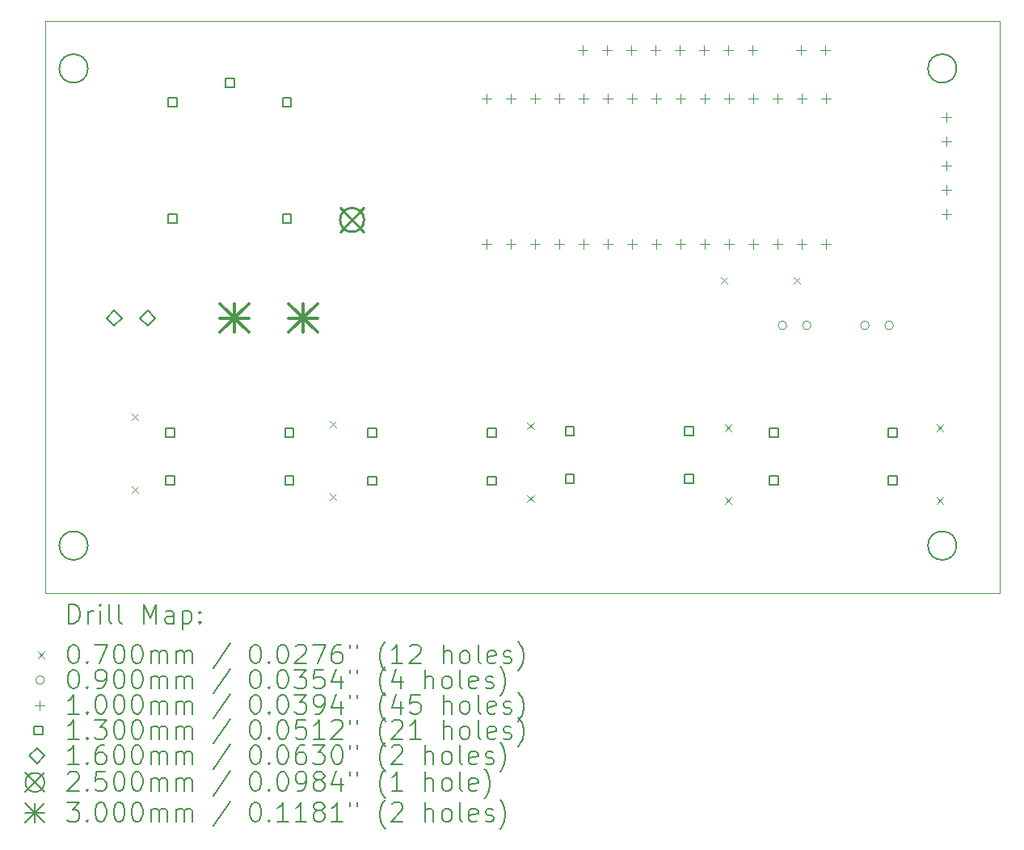
<source format=gbr>
%TF.GenerationSoftware,KiCad,Pcbnew,(6.0.7)*%
%TF.CreationDate,2023-08-25T11:33:12-04:00*%
%TF.ProjectId,Timer V4,54696d65-7220-4563-942e-6b696361645f,rev?*%
%TF.SameCoordinates,Original*%
%TF.FileFunction,Drillmap*%
%TF.FilePolarity,Positive*%
%FSLAX45Y45*%
G04 Gerber Fmt 4.5, Leading zero omitted, Abs format (unit mm)*
G04 Created by KiCad (PCBNEW (6.0.7)) date 2023-08-25 11:33:12*
%MOMM*%
%LPD*%
G01*
G04 APERTURE LIST*
%ADD10C,0.150000*%
%ADD11C,0.100000*%
%ADD12C,0.200000*%
%ADD13C,0.070000*%
%ADD14C,0.090000*%
%ADD15C,0.130000*%
%ADD16C,0.160000*%
%ADD17C,0.250000*%
%ADD18C,0.300000*%
G04 APERTURE END LIST*
D10*
X10758000Y-5588000D02*
G75*
G03*
X10758000Y-5588000I-150000J0D01*
G01*
X19858000Y-5588000D02*
G75*
G03*
X19858000Y-5588000I-150000J0D01*
G01*
X19858000Y-10588000D02*
G75*
G03*
X19858000Y-10588000I-150000J0D01*
G01*
D11*
X10308000Y-5088000D02*
X20308000Y-5088000D01*
X20308000Y-5088000D02*
X20308000Y-11088000D01*
X20308000Y-11088000D02*
X10308000Y-11088000D01*
X10308000Y-11088000D02*
X10308000Y-5088000D01*
D10*
X10758000Y-10588000D02*
G75*
G03*
X10758000Y-10588000I-150000J0D01*
G01*
D12*
D13*
X11217200Y-9204250D02*
X11287200Y-9274250D01*
X11287200Y-9204250D02*
X11217200Y-9274250D01*
X11217200Y-9966250D02*
X11287200Y-10036250D01*
X11287200Y-9966250D02*
X11217200Y-10036250D01*
X13289059Y-9280450D02*
X13359059Y-9350450D01*
X13359059Y-9280450D02*
X13289059Y-9350450D01*
X13289059Y-10042450D02*
X13359059Y-10112450D01*
X13359059Y-10042450D02*
X13289059Y-10112450D01*
X15360919Y-9299500D02*
X15430919Y-9369500D01*
X15430919Y-9299500D02*
X15360919Y-9369500D01*
X15360919Y-10061500D02*
X15430919Y-10131500D01*
X15430919Y-10061500D02*
X15360919Y-10131500D01*
X17389400Y-7775500D02*
X17459400Y-7845500D01*
X17459400Y-7775500D02*
X17389400Y-7845500D01*
X17432778Y-9318550D02*
X17502778Y-9388550D01*
X17502778Y-9318550D02*
X17432778Y-9388550D01*
X17432778Y-10080550D02*
X17502778Y-10150550D01*
X17502778Y-10080550D02*
X17432778Y-10150550D01*
X18151400Y-7775500D02*
X18221400Y-7845500D01*
X18221400Y-7775500D02*
X18151400Y-7845500D01*
X19650000Y-9318550D02*
X19720000Y-9388550D01*
X19720000Y-9318550D02*
X19650000Y-9388550D01*
X19650000Y-10080550D02*
X19720000Y-10150550D01*
X19720000Y-10080550D02*
X19650000Y-10150550D01*
D14*
X18079500Y-8280400D02*
G75*
G03*
X18079500Y-8280400I-45000J0D01*
G01*
X18333500Y-8280400D02*
G75*
G03*
X18333500Y-8280400I-45000J0D01*
G01*
X18942100Y-8280400D02*
G75*
G03*
X18942100Y-8280400I-45000J0D01*
G01*
X19196100Y-8280400D02*
G75*
G03*
X19196100Y-8280400I-45000J0D01*
G01*
D11*
X14935200Y-5854500D02*
X14935200Y-5954500D01*
X14885200Y-5904500D02*
X14985200Y-5904500D01*
X14935200Y-7378500D02*
X14935200Y-7478500D01*
X14885200Y-7428500D02*
X14985200Y-7428500D01*
X15189200Y-5854500D02*
X15189200Y-5954500D01*
X15139200Y-5904500D02*
X15239200Y-5904500D01*
X15189200Y-7378500D02*
X15189200Y-7478500D01*
X15139200Y-7428500D02*
X15239200Y-7428500D01*
X15443200Y-5854500D02*
X15443200Y-5954500D01*
X15393200Y-5904500D02*
X15493200Y-5904500D01*
X15443200Y-7378500D02*
X15443200Y-7478500D01*
X15393200Y-7428500D02*
X15493200Y-7428500D01*
X15697200Y-5854500D02*
X15697200Y-5954500D01*
X15647200Y-5904500D02*
X15747200Y-5904500D01*
X15697200Y-7378500D02*
X15697200Y-7478500D01*
X15647200Y-7428500D02*
X15747200Y-7428500D01*
X15938500Y-5347500D02*
X15938500Y-5447500D01*
X15888500Y-5397500D02*
X15988500Y-5397500D01*
X15951200Y-5854500D02*
X15951200Y-5954500D01*
X15901200Y-5904500D02*
X16001200Y-5904500D01*
X15951200Y-7378500D02*
X15951200Y-7478500D01*
X15901200Y-7428500D02*
X16001200Y-7428500D01*
X16192500Y-5347500D02*
X16192500Y-5447500D01*
X16142500Y-5397500D02*
X16242500Y-5397500D01*
X16205200Y-5854500D02*
X16205200Y-5954500D01*
X16155200Y-5904500D02*
X16255200Y-5904500D01*
X16205200Y-7378500D02*
X16205200Y-7478500D01*
X16155200Y-7428500D02*
X16255200Y-7428500D01*
X16446500Y-5347500D02*
X16446500Y-5447500D01*
X16396500Y-5397500D02*
X16496500Y-5397500D01*
X16459200Y-5854500D02*
X16459200Y-5954500D01*
X16409200Y-5904500D02*
X16509200Y-5904500D01*
X16459200Y-7378500D02*
X16459200Y-7478500D01*
X16409200Y-7428500D02*
X16509200Y-7428500D01*
X16700500Y-5347500D02*
X16700500Y-5447500D01*
X16650500Y-5397500D02*
X16750500Y-5397500D01*
X16713200Y-5854500D02*
X16713200Y-5954500D01*
X16663200Y-5904500D02*
X16763200Y-5904500D01*
X16713200Y-7378500D02*
X16713200Y-7478500D01*
X16663200Y-7428500D02*
X16763200Y-7428500D01*
X16954500Y-5347500D02*
X16954500Y-5447500D01*
X16904500Y-5397500D02*
X17004500Y-5397500D01*
X16967200Y-5854500D02*
X16967200Y-5954500D01*
X16917200Y-5904500D02*
X17017200Y-5904500D01*
X16967200Y-7378500D02*
X16967200Y-7478500D01*
X16917200Y-7428500D02*
X17017200Y-7428500D01*
X17208500Y-5347500D02*
X17208500Y-5447500D01*
X17158500Y-5397500D02*
X17258500Y-5397500D01*
X17221200Y-5854500D02*
X17221200Y-5954500D01*
X17171200Y-5904500D02*
X17271200Y-5904500D01*
X17221200Y-7378500D02*
X17221200Y-7478500D01*
X17171200Y-7428500D02*
X17271200Y-7428500D01*
X17462500Y-5347500D02*
X17462500Y-5447500D01*
X17412500Y-5397500D02*
X17512500Y-5397500D01*
X17475200Y-5854500D02*
X17475200Y-5954500D01*
X17425200Y-5904500D02*
X17525200Y-5904500D01*
X17475200Y-7378500D02*
X17475200Y-7478500D01*
X17425200Y-7428500D02*
X17525200Y-7428500D01*
X17716500Y-5347500D02*
X17716500Y-5447500D01*
X17666500Y-5397500D02*
X17766500Y-5397500D01*
X17729200Y-5854500D02*
X17729200Y-5954500D01*
X17679200Y-5904500D02*
X17779200Y-5904500D01*
X17729200Y-7378500D02*
X17729200Y-7478500D01*
X17679200Y-7428500D02*
X17779200Y-7428500D01*
X17983200Y-5854500D02*
X17983200Y-5954500D01*
X17933200Y-5904500D02*
X18033200Y-5904500D01*
X17983200Y-7378500D02*
X17983200Y-7478500D01*
X17933200Y-7428500D02*
X18033200Y-7428500D01*
X18224500Y-5347500D02*
X18224500Y-5447500D01*
X18174500Y-5397500D02*
X18274500Y-5397500D01*
X18237200Y-5854500D02*
X18237200Y-5954500D01*
X18187200Y-5904500D02*
X18287200Y-5904500D01*
X18237200Y-7378500D02*
X18237200Y-7478500D01*
X18187200Y-7428500D02*
X18287200Y-7428500D01*
X18478500Y-5347500D02*
X18478500Y-5447500D01*
X18428500Y-5397500D02*
X18528500Y-5397500D01*
X18491200Y-5854500D02*
X18491200Y-5954500D01*
X18441200Y-5904500D02*
X18541200Y-5904500D01*
X18491200Y-7378500D02*
X18491200Y-7478500D01*
X18441200Y-7428500D02*
X18541200Y-7428500D01*
X19748500Y-6046000D02*
X19748500Y-6146000D01*
X19698500Y-6096000D02*
X19798500Y-6096000D01*
X19748500Y-6300000D02*
X19748500Y-6400000D01*
X19698500Y-6350000D02*
X19798500Y-6350000D01*
X19748500Y-6554000D02*
X19748500Y-6654000D01*
X19698500Y-6604000D02*
X19798500Y-6604000D01*
X19748500Y-6808000D02*
X19748500Y-6908000D01*
X19698500Y-6858000D02*
X19798500Y-6858000D01*
X19748500Y-7062000D02*
X19748500Y-7162000D01*
X19698500Y-7112000D02*
X19798500Y-7112000D01*
D15*
X11664762Y-9447962D02*
X11664762Y-9356038D01*
X11572838Y-9356038D01*
X11572838Y-9447962D01*
X11664762Y-9447962D01*
X11664762Y-9947962D02*
X11664762Y-9856038D01*
X11572838Y-9856038D01*
X11572838Y-9947962D01*
X11664762Y-9947962D01*
X11688762Y-5986362D02*
X11688762Y-5894438D01*
X11596838Y-5894438D01*
X11596838Y-5986362D01*
X11688762Y-5986362D01*
X11688762Y-7206362D02*
X11688762Y-7114438D01*
X11596838Y-7114438D01*
X11596838Y-7206362D01*
X11688762Y-7206362D01*
X12288762Y-5786362D02*
X12288762Y-5694438D01*
X12196838Y-5694438D01*
X12196838Y-5786362D01*
X12288762Y-5786362D01*
X12888762Y-5986362D02*
X12888762Y-5894438D01*
X12796838Y-5894438D01*
X12796838Y-5986362D01*
X12888762Y-5986362D01*
X12888762Y-7206362D02*
X12888762Y-7114438D01*
X12796838Y-7114438D01*
X12796838Y-7206362D01*
X12888762Y-7206362D01*
X12914762Y-9447962D02*
X12914762Y-9356038D01*
X12822838Y-9356038D01*
X12822838Y-9447962D01*
X12914762Y-9447962D01*
X12914762Y-9947962D02*
X12914762Y-9856038D01*
X12822838Y-9856038D01*
X12822838Y-9947962D01*
X12914762Y-9947962D01*
X13781951Y-9454312D02*
X13781951Y-9362388D01*
X13690027Y-9362388D01*
X13690027Y-9454312D01*
X13781951Y-9454312D01*
X13781951Y-9954312D02*
X13781951Y-9862388D01*
X13690027Y-9862388D01*
X13690027Y-9954312D01*
X13781951Y-9954312D01*
X15031951Y-9454312D02*
X15031951Y-9362388D01*
X14940027Y-9362388D01*
X14940027Y-9454312D01*
X15031951Y-9454312D01*
X15031951Y-9954312D02*
X15031951Y-9862388D01*
X14940027Y-9862388D01*
X14940027Y-9954312D01*
X15031951Y-9954312D01*
X15851811Y-9435262D02*
X15851811Y-9343338D01*
X15759886Y-9343338D01*
X15759886Y-9435262D01*
X15851811Y-9435262D01*
X15851811Y-9935262D02*
X15851811Y-9843338D01*
X15759886Y-9843338D01*
X15759886Y-9935262D01*
X15851811Y-9935262D01*
X17101811Y-9435262D02*
X17101811Y-9343338D01*
X17009886Y-9343338D01*
X17009886Y-9435262D01*
X17101811Y-9435262D01*
X17101811Y-9935262D02*
X17101811Y-9843338D01*
X17009886Y-9843338D01*
X17009886Y-9935262D01*
X17101811Y-9935262D01*
X17987362Y-9447962D02*
X17987362Y-9356038D01*
X17895438Y-9356038D01*
X17895438Y-9447962D01*
X17987362Y-9447962D01*
X17987362Y-9947962D02*
X17987362Y-9856038D01*
X17895438Y-9856038D01*
X17895438Y-9947962D01*
X17987362Y-9947962D01*
X19237362Y-9447962D02*
X19237362Y-9356038D01*
X19145438Y-9356038D01*
X19145438Y-9447962D01*
X19237362Y-9447962D01*
X19237362Y-9947962D02*
X19237362Y-9856038D01*
X19145438Y-9856038D01*
X19145438Y-9947962D01*
X19237362Y-9947962D01*
D16*
X11033600Y-8284200D02*
X11113600Y-8204200D01*
X11033600Y-8124200D01*
X10953600Y-8204200D01*
X11033600Y-8284200D01*
X11383600Y-8284200D02*
X11463600Y-8204200D01*
X11383600Y-8124200D01*
X11303600Y-8204200D01*
X11383600Y-8284200D01*
D17*
X13400500Y-7050500D02*
X13650500Y-7300500D01*
X13650500Y-7050500D02*
X13400500Y-7300500D01*
X13650500Y-7175500D02*
G75*
G03*
X13650500Y-7175500I-125000J0D01*
G01*
D18*
X12143600Y-8054200D02*
X12443600Y-8354200D01*
X12443600Y-8054200D02*
X12143600Y-8354200D01*
X12293600Y-8054200D02*
X12293600Y-8354200D01*
X12143600Y-8204200D02*
X12443600Y-8204200D01*
X12863600Y-8054200D02*
X13163600Y-8354200D01*
X13163600Y-8054200D02*
X12863600Y-8354200D01*
X13013600Y-8054200D02*
X13013600Y-8354200D01*
X12863600Y-8204200D02*
X13163600Y-8204200D01*
D12*
X10560619Y-11403476D02*
X10560619Y-11203476D01*
X10608238Y-11203476D01*
X10636810Y-11213000D01*
X10655857Y-11232048D01*
X10665381Y-11251095D01*
X10674905Y-11289190D01*
X10674905Y-11317762D01*
X10665381Y-11355857D01*
X10655857Y-11374905D01*
X10636810Y-11393952D01*
X10608238Y-11403476D01*
X10560619Y-11403476D01*
X10760619Y-11403476D02*
X10760619Y-11270143D01*
X10760619Y-11308238D02*
X10770143Y-11289190D01*
X10779667Y-11279667D01*
X10798714Y-11270143D01*
X10817762Y-11270143D01*
X10884429Y-11403476D02*
X10884429Y-11270143D01*
X10884429Y-11203476D02*
X10874905Y-11213000D01*
X10884429Y-11222524D01*
X10893952Y-11213000D01*
X10884429Y-11203476D01*
X10884429Y-11222524D01*
X11008238Y-11403476D02*
X10989190Y-11393952D01*
X10979667Y-11374905D01*
X10979667Y-11203476D01*
X11113000Y-11403476D02*
X11093952Y-11393952D01*
X11084429Y-11374905D01*
X11084429Y-11203476D01*
X11341571Y-11403476D02*
X11341571Y-11203476D01*
X11408238Y-11346333D01*
X11474905Y-11203476D01*
X11474905Y-11403476D01*
X11655857Y-11403476D02*
X11655857Y-11298714D01*
X11646333Y-11279667D01*
X11627286Y-11270143D01*
X11589190Y-11270143D01*
X11570143Y-11279667D01*
X11655857Y-11393952D02*
X11636809Y-11403476D01*
X11589190Y-11403476D01*
X11570143Y-11393952D01*
X11560619Y-11374905D01*
X11560619Y-11355857D01*
X11570143Y-11336809D01*
X11589190Y-11327286D01*
X11636809Y-11327286D01*
X11655857Y-11317762D01*
X11751095Y-11270143D02*
X11751095Y-11470143D01*
X11751095Y-11279667D02*
X11770143Y-11270143D01*
X11808238Y-11270143D01*
X11827286Y-11279667D01*
X11836809Y-11289190D01*
X11846333Y-11308238D01*
X11846333Y-11365381D01*
X11836809Y-11384428D01*
X11827286Y-11393952D01*
X11808238Y-11403476D01*
X11770143Y-11403476D01*
X11751095Y-11393952D01*
X11932048Y-11384428D02*
X11941571Y-11393952D01*
X11932048Y-11403476D01*
X11922524Y-11393952D01*
X11932048Y-11384428D01*
X11932048Y-11403476D01*
X11932048Y-11279667D02*
X11941571Y-11289190D01*
X11932048Y-11298714D01*
X11922524Y-11289190D01*
X11932048Y-11279667D01*
X11932048Y-11298714D01*
D13*
X10233000Y-11698000D02*
X10303000Y-11768000D01*
X10303000Y-11698000D02*
X10233000Y-11768000D01*
D12*
X10598714Y-11623476D02*
X10617762Y-11623476D01*
X10636810Y-11633000D01*
X10646333Y-11642524D01*
X10655857Y-11661571D01*
X10665381Y-11699667D01*
X10665381Y-11747286D01*
X10655857Y-11785381D01*
X10646333Y-11804428D01*
X10636810Y-11813952D01*
X10617762Y-11823476D01*
X10598714Y-11823476D01*
X10579667Y-11813952D01*
X10570143Y-11804428D01*
X10560619Y-11785381D01*
X10551095Y-11747286D01*
X10551095Y-11699667D01*
X10560619Y-11661571D01*
X10570143Y-11642524D01*
X10579667Y-11633000D01*
X10598714Y-11623476D01*
X10751095Y-11804428D02*
X10760619Y-11813952D01*
X10751095Y-11823476D01*
X10741571Y-11813952D01*
X10751095Y-11804428D01*
X10751095Y-11823476D01*
X10827286Y-11623476D02*
X10960619Y-11623476D01*
X10874905Y-11823476D01*
X11074905Y-11623476D02*
X11093952Y-11623476D01*
X11113000Y-11633000D01*
X11122524Y-11642524D01*
X11132048Y-11661571D01*
X11141571Y-11699667D01*
X11141571Y-11747286D01*
X11132048Y-11785381D01*
X11122524Y-11804428D01*
X11113000Y-11813952D01*
X11093952Y-11823476D01*
X11074905Y-11823476D01*
X11055857Y-11813952D01*
X11046333Y-11804428D01*
X11036810Y-11785381D01*
X11027286Y-11747286D01*
X11027286Y-11699667D01*
X11036810Y-11661571D01*
X11046333Y-11642524D01*
X11055857Y-11633000D01*
X11074905Y-11623476D01*
X11265381Y-11623476D02*
X11284428Y-11623476D01*
X11303476Y-11633000D01*
X11313000Y-11642524D01*
X11322524Y-11661571D01*
X11332048Y-11699667D01*
X11332048Y-11747286D01*
X11322524Y-11785381D01*
X11313000Y-11804428D01*
X11303476Y-11813952D01*
X11284428Y-11823476D01*
X11265381Y-11823476D01*
X11246333Y-11813952D01*
X11236809Y-11804428D01*
X11227286Y-11785381D01*
X11217762Y-11747286D01*
X11217762Y-11699667D01*
X11227286Y-11661571D01*
X11236809Y-11642524D01*
X11246333Y-11633000D01*
X11265381Y-11623476D01*
X11417762Y-11823476D02*
X11417762Y-11690143D01*
X11417762Y-11709190D02*
X11427286Y-11699667D01*
X11446333Y-11690143D01*
X11474905Y-11690143D01*
X11493952Y-11699667D01*
X11503476Y-11718714D01*
X11503476Y-11823476D01*
X11503476Y-11718714D02*
X11513000Y-11699667D01*
X11532048Y-11690143D01*
X11560619Y-11690143D01*
X11579667Y-11699667D01*
X11589190Y-11718714D01*
X11589190Y-11823476D01*
X11684428Y-11823476D02*
X11684428Y-11690143D01*
X11684428Y-11709190D02*
X11693952Y-11699667D01*
X11713000Y-11690143D01*
X11741571Y-11690143D01*
X11760619Y-11699667D01*
X11770143Y-11718714D01*
X11770143Y-11823476D01*
X11770143Y-11718714D02*
X11779667Y-11699667D01*
X11798714Y-11690143D01*
X11827286Y-11690143D01*
X11846333Y-11699667D01*
X11855857Y-11718714D01*
X11855857Y-11823476D01*
X12246333Y-11613952D02*
X12074905Y-11871095D01*
X12503476Y-11623476D02*
X12522524Y-11623476D01*
X12541571Y-11633000D01*
X12551095Y-11642524D01*
X12560619Y-11661571D01*
X12570143Y-11699667D01*
X12570143Y-11747286D01*
X12560619Y-11785381D01*
X12551095Y-11804428D01*
X12541571Y-11813952D01*
X12522524Y-11823476D01*
X12503476Y-11823476D01*
X12484428Y-11813952D01*
X12474905Y-11804428D01*
X12465381Y-11785381D01*
X12455857Y-11747286D01*
X12455857Y-11699667D01*
X12465381Y-11661571D01*
X12474905Y-11642524D01*
X12484428Y-11633000D01*
X12503476Y-11623476D01*
X12655857Y-11804428D02*
X12665381Y-11813952D01*
X12655857Y-11823476D01*
X12646333Y-11813952D01*
X12655857Y-11804428D01*
X12655857Y-11823476D01*
X12789190Y-11623476D02*
X12808238Y-11623476D01*
X12827286Y-11633000D01*
X12836809Y-11642524D01*
X12846333Y-11661571D01*
X12855857Y-11699667D01*
X12855857Y-11747286D01*
X12846333Y-11785381D01*
X12836809Y-11804428D01*
X12827286Y-11813952D01*
X12808238Y-11823476D01*
X12789190Y-11823476D01*
X12770143Y-11813952D01*
X12760619Y-11804428D01*
X12751095Y-11785381D01*
X12741571Y-11747286D01*
X12741571Y-11699667D01*
X12751095Y-11661571D01*
X12760619Y-11642524D01*
X12770143Y-11633000D01*
X12789190Y-11623476D01*
X12932048Y-11642524D02*
X12941571Y-11633000D01*
X12960619Y-11623476D01*
X13008238Y-11623476D01*
X13027286Y-11633000D01*
X13036809Y-11642524D01*
X13046333Y-11661571D01*
X13046333Y-11680619D01*
X13036809Y-11709190D01*
X12922524Y-11823476D01*
X13046333Y-11823476D01*
X13113000Y-11623476D02*
X13246333Y-11623476D01*
X13160619Y-11823476D01*
X13408238Y-11623476D02*
X13370143Y-11623476D01*
X13351095Y-11633000D01*
X13341571Y-11642524D01*
X13322524Y-11671095D01*
X13313000Y-11709190D01*
X13313000Y-11785381D01*
X13322524Y-11804428D01*
X13332048Y-11813952D01*
X13351095Y-11823476D01*
X13389190Y-11823476D01*
X13408238Y-11813952D01*
X13417762Y-11804428D01*
X13427286Y-11785381D01*
X13427286Y-11737762D01*
X13417762Y-11718714D01*
X13408238Y-11709190D01*
X13389190Y-11699667D01*
X13351095Y-11699667D01*
X13332048Y-11709190D01*
X13322524Y-11718714D01*
X13313000Y-11737762D01*
X13503476Y-11623476D02*
X13503476Y-11661571D01*
X13579667Y-11623476D02*
X13579667Y-11661571D01*
X13874905Y-11899667D02*
X13865381Y-11890143D01*
X13846333Y-11861571D01*
X13836809Y-11842524D01*
X13827286Y-11813952D01*
X13817762Y-11766333D01*
X13817762Y-11728238D01*
X13827286Y-11680619D01*
X13836809Y-11652048D01*
X13846333Y-11633000D01*
X13865381Y-11604428D01*
X13874905Y-11594905D01*
X14055857Y-11823476D02*
X13941571Y-11823476D01*
X13998714Y-11823476D02*
X13998714Y-11623476D01*
X13979667Y-11652048D01*
X13960619Y-11671095D01*
X13941571Y-11680619D01*
X14132048Y-11642524D02*
X14141571Y-11633000D01*
X14160619Y-11623476D01*
X14208238Y-11623476D01*
X14227286Y-11633000D01*
X14236809Y-11642524D01*
X14246333Y-11661571D01*
X14246333Y-11680619D01*
X14236809Y-11709190D01*
X14122524Y-11823476D01*
X14246333Y-11823476D01*
X14484428Y-11823476D02*
X14484428Y-11623476D01*
X14570143Y-11823476D02*
X14570143Y-11718714D01*
X14560619Y-11699667D01*
X14541571Y-11690143D01*
X14513000Y-11690143D01*
X14493952Y-11699667D01*
X14484428Y-11709190D01*
X14693952Y-11823476D02*
X14674905Y-11813952D01*
X14665381Y-11804428D01*
X14655857Y-11785381D01*
X14655857Y-11728238D01*
X14665381Y-11709190D01*
X14674905Y-11699667D01*
X14693952Y-11690143D01*
X14722524Y-11690143D01*
X14741571Y-11699667D01*
X14751095Y-11709190D01*
X14760619Y-11728238D01*
X14760619Y-11785381D01*
X14751095Y-11804428D01*
X14741571Y-11813952D01*
X14722524Y-11823476D01*
X14693952Y-11823476D01*
X14874905Y-11823476D02*
X14855857Y-11813952D01*
X14846333Y-11794905D01*
X14846333Y-11623476D01*
X15027286Y-11813952D02*
X15008238Y-11823476D01*
X14970143Y-11823476D01*
X14951095Y-11813952D01*
X14941571Y-11794905D01*
X14941571Y-11718714D01*
X14951095Y-11699667D01*
X14970143Y-11690143D01*
X15008238Y-11690143D01*
X15027286Y-11699667D01*
X15036809Y-11718714D01*
X15036809Y-11737762D01*
X14941571Y-11756809D01*
X15113000Y-11813952D02*
X15132048Y-11823476D01*
X15170143Y-11823476D01*
X15189190Y-11813952D01*
X15198714Y-11794905D01*
X15198714Y-11785381D01*
X15189190Y-11766333D01*
X15170143Y-11756809D01*
X15141571Y-11756809D01*
X15122524Y-11747286D01*
X15113000Y-11728238D01*
X15113000Y-11718714D01*
X15122524Y-11699667D01*
X15141571Y-11690143D01*
X15170143Y-11690143D01*
X15189190Y-11699667D01*
X15265381Y-11899667D02*
X15274905Y-11890143D01*
X15293952Y-11861571D01*
X15303476Y-11842524D01*
X15313000Y-11813952D01*
X15322524Y-11766333D01*
X15322524Y-11728238D01*
X15313000Y-11680619D01*
X15303476Y-11652048D01*
X15293952Y-11633000D01*
X15274905Y-11604428D01*
X15265381Y-11594905D01*
D14*
X10303000Y-11997000D02*
G75*
G03*
X10303000Y-11997000I-45000J0D01*
G01*
D12*
X10598714Y-11887476D02*
X10617762Y-11887476D01*
X10636810Y-11897000D01*
X10646333Y-11906524D01*
X10655857Y-11925571D01*
X10665381Y-11963667D01*
X10665381Y-12011286D01*
X10655857Y-12049381D01*
X10646333Y-12068428D01*
X10636810Y-12077952D01*
X10617762Y-12087476D01*
X10598714Y-12087476D01*
X10579667Y-12077952D01*
X10570143Y-12068428D01*
X10560619Y-12049381D01*
X10551095Y-12011286D01*
X10551095Y-11963667D01*
X10560619Y-11925571D01*
X10570143Y-11906524D01*
X10579667Y-11897000D01*
X10598714Y-11887476D01*
X10751095Y-12068428D02*
X10760619Y-12077952D01*
X10751095Y-12087476D01*
X10741571Y-12077952D01*
X10751095Y-12068428D01*
X10751095Y-12087476D01*
X10855857Y-12087476D02*
X10893952Y-12087476D01*
X10913000Y-12077952D01*
X10922524Y-12068428D01*
X10941571Y-12039857D01*
X10951095Y-12001762D01*
X10951095Y-11925571D01*
X10941571Y-11906524D01*
X10932048Y-11897000D01*
X10913000Y-11887476D01*
X10874905Y-11887476D01*
X10855857Y-11897000D01*
X10846333Y-11906524D01*
X10836810Y-11925571D01*
X10836810Y-11973190D01*
X10846333Y-11992238D01*
X10855857Y-12001762D01*
X10874905Y-12011286D01*
X10913000Y-12011286D01*
X10932048Y-12001762D01*
X10941571Y-11992238D01*
X10951095Y-11973190D01*
X11074905Y-11887476D02*
X11093952Y-11887476D01*
X11113000Y-11897000D01*
X11122524Y-11906524D01*
X11132048Y-11925571D01*
X11141571Y-11963667D01*
X11141571Y-12011286D01*
X11132048Y-12049381D01*
X11122524Y-12068428D01*
X11113000Y-12077952D01*
X11093952Y-12087476D01*
X11074905Y-12087476D01*
X11055857Y-12077952D01*
X11046333Y-12068428D01*
X11036810Y-12049381D01*
X11027286Y-12011286D01*
X11027286Y-11963667D01*
X11036810Y-11925571D01*
X11046333Y-11906524D01*
X11055857Y-11897000D01*
X11074905Y-11887476D01*
X11265381Y-11887476D02*
X11284428Y-11887476D01*
X11303476Y-11897000D01*
X11313000Y-11906524D01*
X11322524Y-11925571D01*
X11332048Y-11963667D01*
X11332048Y-12011286D01*
X11322524Y-12049381D01*
X11313000Y-12068428D01*
X11303476Y-12077952D01*
X11284428Y-12087476D01*
X11265381Y-12087476D01*
X11246333Y-12077952D01*
X11236809Y-12068428D01*
X11227286Y-12049381D01*
X11217762Y-12011286D01*
X11217762Y-11963667D01*
X11227286Y-11925571D01*
X11236809Y-11906524D01*
X11246333Y-11897000D01*
X11265381Y-11887476D01*
X11417762Y-12087476D02*
X11417762Y-11954143D01*
X11417762Y-11973190D02*
X11427286Y-11963667D01*
X11446333Y-11954143D01*
X11474905Y-11954143D01*
X11493952Y-11963667D01*
X11503476Y-11982714D01*
X11503476Y-12087476D01*
X11503476Y-11982714D02*
X11513000Y-11963667D01*
X11532048Y-11954143D01*
X11560619Y-11954143D01*
X11579667Y-11963667D01*
X11589190Y-11982714D01*
X11589190Y-12087476D01*
X11684428Y-12087476D02*
X11684428Y-11954143D01*
X11684428Y-11973190D02*
X11693952Y-11963667D01*
X11713000Y-11954143D01*
X11741571Y-11954143D01*
X11760619Y-11963667D01*
X11770143Y-11982714D01*
X11770143Y-12087476D01*
X11770143Y-11982714D02*
X11779667Y-11963667D01*
X11798714Y-11954143D01*
X11827286Y-11954143D01*
X11846333Y-11963667D01*
X11855857Y-11982714D01*
X11855857Y-12087476D01*
X12246333Y-11877952D02*
X12074905Y-12135095D01*
X12503476Y-11887476D02*
X12522524Y-11887476D01*
X12541571Y-11897000D01*
X12551095Y-11906524D01*
X12560619Y-11925571D01*
X12570143Y-11963667D01*
X12570143Y-12011286D01*
X12560619Y-12049381D01*
X12551095Y-12068428D01*
X12541571Y-12077952D01*
X12522524Y-12087476D01*
X12503476Y-12087476D01*
X12484428Y-12077952D01*
X12474905Y-12068428D01*
X12465381Y-12049381D01*
X12455857Y-12011286D01*
X12455857Y-11963667D01*
X12465381Y-11925571D01*
X12474905Y-11906524D01*
X12484428Y-11897000D01*
X12503476Y-11887476D01*
X12655857Y-12068428D02*
X12665381Y-12077952D01*
X12655857Y-12087476D01*
X12646333Y-12077952D01*
X12655857Y-12068428D01*
X12655857Y-12087476D01*
X12789190Y-11887476D02*
X12808238Y-11887476D01*
X12827286Y-11897000D01*
X12836809Y-11906524D01*
X12846333Y-11925571D01*
X12855857Y-11963667D01*
X12855857Y-12011286D01*
X12846333Y-12049381D01*
X12836809Y-12068428D01*
X12827286Y-12077952D01*
X12808238Y-12087476D01*
X12789190Y-12087476D01*
X12770143Y-12077952D01*
X12760619Y-12068428D01*
X12751095Y-12049381D01*
X12741571Y-12011286D01*
X12741571Y-11963667D01*
X12751095Y-11925571D01*
X12760619Y-11906524D01*
X12770143Y-11897000D01*
X12789190Y-11887476D01*
X12922524Y-11887476D02*
X13046333Y-11887476D01*
X12979667Y-11963667D01*
X13008238Y-11963667D01*
X13027286Y-11973190D01*
X13036809Y-11982714D01*
X13046333Y-12001762D01*
X13046333Y-12049381D01*
X13036809Y-12068428D01*
X13027286Y-12077952D01*
X13008238Y-12087476D01*
X12951095Y-12087476D01*
X12932048Y-12077952D01*
X12922524Y-12068428D01*
X13227286Y-11887476D02*
X13132048Y-11887476D01*
X13122524Y-11982714D01*
X13132048Y-11973190D01*
X13151095Y-11963667D01*
X13198714Y-11963667D01*
X13217762Y-11973190D01*
X13227286Y-11982714D01*
X13236809Y-12001762D01*
X13236809Y-12049381D01*
X13227286Y-12068428D01*
X13217762Y-12077952D01*
X13198714Y-12087476D01*
X13151095Y-12087476D01*
X13132048Y-12077952D01*
X13122524Y-12068428D01*
X13408238Y-11954143D02*
X13408238Y-12087476D01*
X13360619Y-11877952D02*
X13313000Y-12020809D01*
X13436809Y-12020809D01*
X13503476Y-11887476D02*
X13503476Y-11925571D01*
X13579667Y-11887476D02*
X13579667Y-11925571D01*
X13874905Y-12163667D02*
X13865381Y-12154143D01*
X13846333Y-12125571D01*
X13836809Y-12106524D01*
X13827286Y-12077952D01*
X13817762Y-12030333D01*
X13817762Y-11992238D01*
X13827286Y-11944619D01*
X13836809Y-11916048D01*
X13846333Y-11897000D01*
X13865381Y-11868428D01*
X13874905Y-11858905D01*
X14036809Y-11954143D02*
X14036809Y-12087476D01*
X13989190Y-11877952D02*
X13941571Y-12020809D01*
X14065381Y-12020809D01*
X14293952Y-12087476D02*
X14293952Y-11887476D01*
X14379667Y-12087476D02*
X14379667Y-11982714D01*
X14370143Y-11963667D01*
X14351095Y-11954143D01*
X14322524Y-11954143D01*
X14303476Y-11963667D01*
X14293952Y-11973190D01*
X14503476Y-12087476D02*
X14484428Y-12077952D01*
X14474905Y-12068428D01*
X14465381Y-12049381D01*
X14465381Y-11992238D01*
X14474905Y-11973190D01*
X14484428Y-11963667D01*
X14503476Y-11954143D01*
X14532048Y-11954143D01*
X14551095Y-11963667D01*
X14560619Y-11973190D01*
X14570143Y-11992238D01*
X14570143Y-12049381D01*
X14560619Y-12068428D01*
X14551095Y-12077952D01*
X14532048Y-12087476D01*
X14503476Y-12087476D01*
X14684428Y-12087476D02*
X14665381Y-12077952D01*
X14655857Y-12058905D01*
X14655857Y-11887476D01*
X14836809Y-12077952D02*
X14817762Y-12087476D01*
X14779667Y-12087476D01*
X14760619Y-12077952D01*
X14751095Y-12058905D01*
X14751095Y-11982714D01*
X14760619Y-11963667D01*
X14779667Y-11954143D01*
X14817762Y-11954143D01*
X14836809Y-11963667D01*
X14846333Y-11982714D01*
X14846333Y-12001762D01*
X14751095Y-12020809D01*
X14922524Y-12077952D02*
X14941571Y-12087476D01*
X14979667Y-12087476D01*
X14998714Y-12077952D01*
X15008238Y-12058905D01*
X15008238Y-12049381D01*
X14998714Y-12030333D01*
X14979667Y-12020809D01*
X14951095Y-12020809D01*
X14932048Y-12011286D01*
X14922524Y-11992238D01*
X14922524Y-11982714D01*
X14932048Y-11963667D01*
X14951095Y-11954143D01*
X14979667Y-11954143D01*
X14998714Y-11963667D01*
X15074905Y-12163667D02*
X15084428Y-12154143D01*
X15103476Y-12125571D01*
X15113000Y-12106524D01*
X15122524Y-12077952D01*
X15132048Y-12030333D01*
X15132048Y-11992238D01*
X15122524Y-11944619D01*
X15113000Y-11916048D01*
X15103476Y-11897000D01*
X15084428Y-11868428D01*
X15074905Y-11858905D01*
D11*
X10253000Y-12211000D02*
X10253000Y-12311000D01*
X10203000Y-12261000D02*
X10303000Y-12261000D01*
D12*
X10665381Y-12351476D02*
X10551095Y-12351476D01*
X10608238Y-12351476D02*
X10608238Y-12151476D01*
X10589190Y-12180048D01*
X10570143Y-12199095D01*
X10551095Y-12208619D01*
X10751095Y-12332428D02*
X10760619Y-12341952D01*
X10751095Y-12351476D01*
X10741571Y-12341952D01*
X10751095Y-12332428D01*
X10751095Y-12351476D01*
X10884429Y-12151476D02*
X10903476Y-12151476D01*
X10922524Y-12161000D01*
X10932048Y-12170524D01*
X10941571Y-12189571D01*
X10951095Y-12227667D01*
X10951095Y-12275286D01*
X10941571Y-12313381D01*
X10932048Y-12332428D01*
X10922524Y-12341952D01*
X10903476Y-12351476D01*
X10884429Y-12351476D01*
X10865381Y-12341952D01*
X10855857Y-12332428D01*
X10846333Y-12313381D01*
X10836810Y-12275286D01*
X10836810Y-12227667D01*
X10846333Y-12189571D01*
X10855857Y-12170524D01*
X10865381Y-12161000D01*
X10884429Y-12151476D01*
X11074905Y-12151476D02*
X11093952Y-12151476D01*
X11113000Y-12161000D01*
X11122524Y-12170524D01*
X11132048Y-12189571D01*
X11141571Y-12227667D01*
X11141571Y-12275286D01*
X11132048Y-12313381D01*
X11122524Y-12332428D01*
X11113000Y-12341952D01*
X11093952Y-12351476D01*
X11074905Y-12351476D01*
X11055857Y-12341952D01*
X11046333Y-12332428D01*
X11036810Y-12313381D01*
X11027286Y-12275286D01*
X11027286Y-12227667D01*
X11036810Y-12189571D01*
X11046333Y-12170524D01*
X11055857Y-12161000D01*
X11074905Y-12151476D01*
X11265381Y-12151476D02*
X11284428Y-12151476D01*
X11303476Y-12161000D01*
X11313000Y-12170524D01*
X11322524Y-12189571D01*
X11332048Y-12227667D01*
X11332048Y-12275286D01*
X11322524Y-12313381D01*
X11313000Y-12332428D01*
X11303476Y-12341952D01*
X11284428Y-12351476D01*
X11265381Y-12351476D01*
X11246333Y-12341952D01*
X11236809Y-12332428D01*
X11227286Y-12313381D01*
X11217762Y-12275286D01*
X11217762Y-12227667D01*
X11227286Y-12189571D01*
X11236809Y-12170524D01*
X11246333Y-12161000D01*
X11265381Y-12151476D01*
X11417762Y-12351476D02*
X11417762Y-12218143D01*
X11417762Y-12237190D02*
X11427286Y-12227667D01*
X11446333Y-12218143D01*
X11474905Y-12218143D01*
X11493952Y-12227667D01*
X11503476Y-12246714D01*
X11503476Y-12351476D01*
X11503476Y-12246714D02*
X11513000Y-12227667D01*
X11532048Y-12218143D01*
X11560619Y-12218143D01*
X11579667Y-12227667D01*
X11589190Y-12246714D01*
X11589190Y-12351476D01*
X11684428Y-12351476D02*
X11684428Y-12218143D01*
X11684428Y-12237190D02*
X11693952Y-12227667D01*
X11713000Y-12218143D01*
X11741571Y-12218143D01*
X11760619Y-12227667D01*
X11770143Y-12246714D01*
X11770143Y-12351476D01*
X11770143Y-12246714D02*
X11779667Y-12227667D01*
X11798714Y-12218143D01*
X11827286Y-12218143D01*
X11846333Y-12227667D01*
X11855857Y-12246714D01*
X11855857Y-12351476D01*
X12246333Y-12141952D02*
X12074905Y-12399095D01*
X12503476Y-12151476D02*
X12522524Y-12151476D01*
X12541571Y-12161000D01*
X12551095Y-12170524D01*
X12560619Y-12189571D01*
X12570143Y-12227667D01*
X12570143Y-12275286D01*
X12560619Y-12313381D01*
X12551095Y-12332428D01*
X12541571Y-12341952D01*
X12522524Y-12351476D01*
X12503476Y-12351476D01*
X12484428Y-12341952D01*
X12474905Y-12332428D01*
X12465381Y-12313381D01*
X12455857Y-12275286D01*
X12455857Y-12227667D01*
X12465381Y-12189571D01*
X12474905Y-12170524D01*
X12484428Y-12161000D01*
X12503476Y-12151476D01*
X12655857Y-12332428D02*
X12665381Y-12341952D01*
X12655857Y-12351476D01*
X12646333Y-12341952D01*
X12655857Y-12332428D01*
X12655857Y-12351476D01*
X12789190Y-12151476D02*
X12808238Y-12151476D01*
X12827286Y-12161000D01*
X12836809Y-12170524D01*
X12846333Y-12189571D01*
X12855857Y-12227667D01*
X12855857Y-12275286D01*
X12846333Y-12313381D01*
X12836809Y-12332428D01*
X12827286Y-12341952D01*
X12808238Y-12351476D01*
X12789190Y-12351476D01*
X12770143Y-12341952D01*
X12760619Y-12332428D01*
X12751095Y-12313381D01*
X12741571Y-12275286D01*
X12741571Y-12227667D01*
X12751095Y-12189571D01*
X12760619Y-12170524D01*
X12770143Y-12161000D01*
X12789190Y-12151476D01*
X12922524Y-12151476D02*
X13046333Y-12151476D01*
X12979667Y-12227667D01*
X13008238Y-12227667D01*
X13027286Y-12237190D01*
X13036809Y-12246714D01*
X13046333Y-12265762D01*
X13046333Y-12313381D01*
X13036809Y-12332428D01*
X13027286Y-12341952D01*
X13008238Y-12351476D01*
X12951095Y-12351476D01*
X12932048Y-12341952D01*
X12922524Y-12332428D01*
X13141571Y-12351476D02*
X13179667Y-12351476D01*
X13198714Y-12341952D01*
X13208238Y-12332428D01*
X13227286Y-12303857D01*
X13236809Y-12265762D01*
X13236809Y-12189571D01*
X13227286Y-12170524D01*
X13217762Y-12161000D01*
X13198714Y-12151476D01*
X13160619Y-12151476D01*
X13141571Y-12161000D01*
X13132048Y-12170524D01*
X13122524Y-12189571D01*
X13122524Y-12237190D01*
X13132048Y-12256238D01*
X13141571Y-12265762D01*
X13160619Y-12275286D01*
X13198714Y-12275286D01*
X13217762Y-12265762D01*
X13227286Y-12256238D01*
X13236809Y-12237190D01*
X13408238Y-12218143D02*
X13408238Y-12351476D01*
X13360619Y-12141952D02*
X13313000Y-12284809D01*
X13436809Y-12284809D01*
X13503476Y-12151476D02*
X13503476Y-12189571D01*
X13579667Y-12151476D02*
X13579667Y-12189571D01*
X13874905Y-12427667D02*
X13865381Y-12418143D01*
X13846333Y-12389571D01*
X13836809Y-12370524D01*
X13827286Y-12341952D01*
X13817762Y-12294333D01*
X13817762Y-12256238D01*
X13827286Y-12208619D01*
X13836809Y-12180048D01*
X13846333Y-12161000D01*
X13865381Y-12132428D01*
X13874905Y-12122905D01*
X14036809Y-12218143D02*
X14036809Y-12351476D01*
X13989190Y-12141952D02*
X13941571Y-12284809D01*
X14065381Y-12284809D01*
X14236809Y-12151476D02*
X14141571Y-12151476D01*
X14132048Y-12246714D01*
X14141571Y-12237190D01*
X14160619Y-12227667D01*
X14208238Y-12227667D01*
X14227286Y-12237190D01*
X14236809Y-12246714D01*
X14246333Y-12265762D01*
X14246333Y-12313381D01*
X14236809Y-12332428D01*
X14227286Y-12341952D01*
X14208238Y-12351476D01*
X14160619Y-12351476D01*
X14141571Y-12341952D01*
X14132048Y-12332428D01*
X14484428Y-12351476D02*
X14484428Y-12151476D01*
X14570143Y-12351476D02*
X14570143Y-12246714D01*
X14560619Y-12227667D01*
X14541571Y-12218143D01*
X14513000Y-12218143D01*
X14493952Y-12227667D01*
X14484428Y-12237190D01*
X14693952Y-12351476D02*
X14674905Y-12341952D01*
X14665381Y-12332428D01*
X14655857Y-12313381D01*
X14655857Y-12256238D01*
X14665381Y-12237190D01*
X14674905Y-12227667D01*
X14693952Y-12218143D01*
X14722524Y-12218143D01*
X14741571Y-12227667D01*
X14751095Y-12237190D01*
X14760619Y-12256238D01*
X14760619Y-12313381D01*
X14751095Y-12332428D01*
X14741571Y-12341952D01*
X14722524Y-12351476D01*
X14693952Y-12351476D01*
X14874905Y-12351476D02*
X14855857Y-12341952D01*
X14846333Y-12322905D01*
X14846333Y-12151476D01*
X15027286Y-12341952D02*
X15008238Y-12351476D01*
X14970143Y-12351476D01*
X14951095Y-12341952D01*
X14941571Y-12322905D01*
X14941571Y-12246714D01*
X14951095Y-12227667D01*
X14970143Y-12218143D01*
X15008238Y-12218143D01*
X15027286Y-12227667D01*
X15036809Y-12246714D01*
X15036809Y-12265762D01*
X14941571Y-12284809D01*
X15113000Y-12341952D02*
X15132048Y-12351476D01*
X15170143Y-12351476D01*
X15189190Y-12341952D01*
X15198714Y-12322905D01*
X15198714Y-12313381D01*
X15189190Y-12294333D01*
X15170143Y-12284809D01*
X15141571Y-12284809D01*
X15122524Y-12275286D01*
X15113000Y-12256238D01*
X15113000Y-12246714D01*
X15122524Y-12227667D01*
X15141571Y-12218143D01*
X15170143Y-12218143D01*
X15189190Y-12227667D01*
X15265381Y-12427667D02*
X15274905Y-12418143D01*
X15293952Y-12389571D01*
X15303476Y-12370524D01*
X15313000Y-12341952D01*
X15322524Y-12294333D01*
X15322524Y-12256238D01*
X15313000Y-12208619D01*
X15303476Y-12180048D01*
X15293952Y-12161000D01*
X15274905Y-12132428D01*
X15265381Y-12122905D01*
D15*
X10283962Y-12570962D02*
X10283962Y-12479038D01*
X10192038Y-12479038D01*
X10192038Y-12570962D01*
X10283962Y-12570962D01*
D12*
X10665381Y-12615476D02*
X10551095Y-12615476D01*
X10608238Y-12615476D02*
X10608238Y-12415476D01*
X10589190Y-12444048D01*
X10570143Y-12463095D01*
X10551095Y-12472619D01*
X10751095Y-12596428D02*
X10760619Y-12605952D01*
X10751095Y-12615476D01*
X10741571Y-12605952D01*
X10751095Y-12596428D01*
X10751095Y-12615476D01*
X10827286Y-12415476D02*
X10951095Y-12415476D01*
X10884429Y-12491667D01*
X10913000Y-12491667D01*
X10932048Y-12501190D01*
X10941571Y-12510714D01*
X10951095Y-12529762D01*
X10951095Y-12577381D01*
X10941571Y-12596428D01*
X10932048Y-12605952D01*
X10913000Y-12615476D01*
X10855857Y-12615476D01*
X10836810Y-12605952D01*
X10827286Y-12596428D01*
X11074905Y-12415476D02*
X11093952Y-12415476D01*
X11113000Y-12425000D01*
X11122524Y-12434524D01*
X11132048Y-12453571D01*
X11141571Y-12491667D01*
X11141571Y-12539286D01*
X11132048Y-12577381D01*
X11122524Y-12596428D01*
X11113000Y-12605952D01*
X11093952Y-12615476D01*
X11074905Y-12615476D01*
X11055857Y-12605952D01*
X11046333Y-12596428D01*
X11036810Y-12577381D01*
X11027286Y-12539286D01*
X11027286Y-12491667D01*
X11036810Y-12453571D01*
X11046333Y-12434524D01*
X11055857Y-12425000D01*
X11074905Y-12415476D01*
X11265381Y-12415476D02*
X11284428Y-12415476D01*
X11303476Y-12425000D01*
X11313000Y-12434524D01*
X11322524Y-12453571D01*
X11332048Y-12491667D01*
X11332048Y-12539286D01*
X11322524Y-12577381D01*
X11313000Y-12596428D01*
X11303476Y-12605952D01*
X11284428Y-12615476D01*
X11265381Y-12615476D01*
X11246333Y-12605952D01*
X11236809Y-12596428D01*
X11227286Y-12577381D01*
X11217762Y-12539286D01*
X11217762Y-12491667D01*
X11227286Y-12453571D01*
X11236809Y-12434524D01*
X11246333Y-12425000D01*
X11265381Y-12415476D01*
X11417762Y-12615476D02*
X11417762Y-12482143D01*
X11417762Y-12501190D02*
X11427286Y-12491667D01*
X11446333Y-12482143D01*
X11474905Y-12482143D01*
X11493952Y-12491667D01*
X11503476Y-12510714D01*
X11503476Y-12615476D01*
X11503476Y-12510714D02*
X11513000Y-12491667D01*
X11532048Y-12482143D01*
X11560619Y-12482143D01*
X11579667Y-12491667D01*
X11589190Y-12510714D01*
X11589190Y-12615476D01*
X11684428Y-12615476D02*
X11684428Y-12482143D01*
X11684428Y-12501190D02*
X11693952Y-12491667D01*
X11713000Y-12482143D01*
X11741571Y-12482143D01*
X11760619Y-12491667D01*
X11770143Y-12510714D01*
X11770143Y-12615476D01*
X11770143Y-12510714D02*
X11779667Y-12491667D01*
X11798714Y-12482143D01*
X11827286Y-12482143D01*
X11846333Y-12491667D01*
X11855857Y-12510714D01*
X11855857Y-12615476D01*
X12246333Y-12405952D02*
X12074905Y-12663095D01*
X12503476Y-12415476D02*
X12522524Y-12415476D01*
X12541571Y-12425000D01*
X12551095Y-12434524D01*
X12560619Y-12453571D01*
X12570143Y-12491667D01*
X12570143Y-12539286D01*
X12560619Y-12577381D01*
X12551095Y-12596428D01*
X12541571Y-12605952D01*
X12522524Y-12615476D01*
X12503476Y-12615476D01*
X12484428Y-12605952D01*
X12474905Y-12596428D01*
X12465381Y-12577381D01*
X12455857Y-12539286D01*
X12455857Y-12491667D01*
X12465381Y-12453571D01*
X12474905Y-12434524D01*
X12484428Y-12425000D01*
X12503476Y-12415476D01*
X12655857Y-12596428D02*
X12665381Y-12605952D01*
X12655857Y-12615476D01*
X12646333Y-12605952D01*
X12655857Y-12596428D01*
X12655857Y-12615476D01*
X12789190Y-12415476D02*
X12808238Y-12415476D01*
X12827286Y-12425000D01*
X12836809Y-12434524D01*
X12846333Y-12453571D01*
X12855857Y-12491667D01*
X12855857Y-12539286D01*
X12846333Y-12577381D01*
X12836809Y-12596428D01*
X12827286Y-12605952D01*
X12808238Y-12615476D01*
X12789190Y-12615476D01*
X12770143Y-12605952D01*
X12760619Y-12596428D01*
X12751095Y-12577381D01*
X12741571Y-12539286D01*
X12741571Y-12491667D01*
X12751095Y-12453571D01*
X12760619Y-12434524D01*
X12770143Y-12425000D01*
X12789190Y-12415476D01*
X13036809Y-12415476D02*
X12941571Y-12415476D01*
X12932048Y-12510714D01*
X12941571Y-12501190D01*
X12960619Y-12491667D01*
X13008238Y-12491667D01*
X13027286Y-12501190D01*
X13036809Y-12510714D01*
X13046333Y-12529762D01*
X13046333Y-12577381D01*
X13036809Y-12596428D01*
X13027286Y-12605952D01*
X13008238Y-12615476D01*
X12960619Y-12615476D01*
X12941571Y-12605952D01*
X12932048Y-12596428D01*
X13236809Y-12615476D02*
X13122524Y-12615476D01*
X13179667Y-12615476D02*
X13179667Y-12415476D01*
X13160619Y-12444048D01*
X13141571Y-12463095D01*
X13122524Y-12472619D01*
X13313000Y-12434524D02*
X13322524Y-12425000D01*
X13341571Y-12415476D01*
X13389190Y-12415476D01*
X13408238Y-12425000D01*
X13417762Y-12434524D01*
X13427286Y-12453571D01*
X13427286Y-12472619D01*
X13417762Y-12501190D01*
X13303476Y-12615476D01*
X13427286Y-12615476D01*
X13503476Y-12415476D02*
X13503476Y-12453571D01*
X13579667Y-12415476D02*
X13579667Y-12453571D01*
X13874905Y-12691667D02*
X13865381Y-12682143D01*
X13846333Y-12653571D01*
X13836809Y-12634524D01*
X13827286Y-12605952D01*
X13817762Y-12558333D01*
X13817762Y-12520238D01*
X13827286Y-12472619D01*
X13836809Y-12444048D01*
X13846333Y-12425000D01*
X13865381Y-12396428D01*
X13874905Y-12386905D01*
X13941571Y-12434524D02*
X13951095Y-12425000D01*
X13970143Y-12415476D01*
X14017762Y-12415476D01*
X14036809Y-12425000D01*
X14046333Y-12434524D01*
X14055857Y-12453571D01*
X14055857Y-12472619D01*
X14046333Y-12501190D01*
X13932048Y-12615476D01*
X14055857Y-12615476D01*
X14246333Y-12615476D02*
X14132048Y-12615476D01*
X14189190Y-12615476D02*
X14189190Y-12415476D01*
X14170143Y-12444048D01*
X14151095Y-12463095D01*
X14132048Y-12472619D01*
X14484428Y-12615476D02*
X14484428Y-12415476D01*
X14570143Y-12615476D02*
X14570143Y-12510714D01*
X14560619Y-12491667D01*
X14541571Y-12482143D01*
X14513000Y-12482143D01*
X14493952Y-12491667D01*
X14484428Y-12501190D01*
X14693952Y-12615476D02*
X14674905Y-12605952D01*
X14665381Y-12596428D01*
X14655857Y-12577381D01*
X14655857Y-12520238D01*
X14665381Y-12501190D01*
X14674905Y-12491667D01*
X14693952Y-12482143D01*
X14722524Y-12482143D01*
X14741571Y-12491667D01*
X14751095Y-12501190D01*
X14760619Y-12520238D01*
X14760619Y-12577381D01*
X14751095Y-12596428D01*
X14741571Y-12605952D01*
X14722524Y-12615476D01*
X14693952Y-12615476D01*
X14874905Y-12615476D02*
X14855857Y-12605952D01*
X14846333Y-12586905D01*
X14846333Y-12415476D01*
X15027286Y-12605952D02*
X15008238Y-12615476D01*
X14970143Y-12615476D01*
X14951095Y-12605952D01*
X14941571Y-12586905D01*
X14941571Y-12510714D01*
X14951095Y-12491667D01*
X14970143Y-12482143D01*
X15008238Y-12482143D01*
X15027286Y-12491667D01*
X15036809Y-12510714D01*
X15036809Y-12529762D01*
X14941571Y-12548809D01*
X15113000Y-12605952D02*
X15132048Y-12615476D01*
X15170143Y-12615476D01*
X15189190Y-12605952D01*
X15198714Y-12586905D01*
X15198714Y-12577381D01*
X15189190Y-12558333D01*
X15170143Y-12548809D01*
X15141571Y-12548809D01*
X15122524Y-12539286D01*
X15113000Y-12520238D01*
X15113000Y-12510714D01*
X15122524Y-12491667D01*
X15141571Y-12482143D01*
X15170143Y-12482143D01*
X15189190Y-12491667D01*
X15265381Y-12691667D02*
X15274905Y-12682143D01*
X15293952Y-12653571D01*
X15303476Y-12634524D01*
X15313000Y-12605952D01*
X15322524Y-12558333D01*
X15322524Y-12520238D01*
X15313000Y-12472619D01*
X15303476Y-12444048D01*
X15293952Y-12425000D01*
X15274905Y-12396428D01*
X15265381Y-12386905D01*
D16*
X10223000Y-12869000D02*
X10303000Y-12789000D01*
X10223000Y-12709000D01*
X10143000Y-12789000D01*
X10223000Y-12869000D01*
D12*
X10665381Y-12879476D02*
X10551095Y-12879476D01*
X10608238Y-12879476D02*
X10608238Y-12679476D01*
X10589190Y-12708048D01*
X10570143Y-12727095D01*
X10551095Y-12736619D01*
X10751095Y-12860428D02*
X10760619Y-12869952D01*
X10751095Y-12879476D01*
X10741571Y-12869952D01*
X10751095Y-12860428D01*
X10751095Y-12879476D01*
X10932048Y-12679476D02*
X10893952Y-12679476D01*
X10874905Y-12689000D01*
X10865381Y-12698524D01*
X10846333Y-12727095D01*
X10836810Y-12765190D01*
X10836810Y-12841381D01*
X10846333Y-12860428D01*
X10855857Y-12869952D01*
X10874905Y-12879476D01*
X10913000Y-12879476D01*
X10932048Y-12869952D01*
X10941571Y-12860428D01*
X10951095Y-12841381D01*
X10951095Y-12793762D01*
X10941571Y-12774714D01*
X10932048Y-12765190D01*
X10913000Y-12755667D01*
X10874905Y-12755667D01*
X10855857Y-12765190D01*
X10846333Y-12774714D01*
X10836810Y-12793762D01*
X11074905Y-12679476D02*
X11093952Y-12679476D01*
X11113000Y-12689000D01*
X11122524Y-12698524D01*
X11132048Y-12717571D01*
X11141571Y-12755667D01*
X11141571Y-12803286D01*
X11132048Y-12841381D01*
X11122524Y-12860428D01*
X11113000Y-12869952D01*
X11093952Y-12879476D01*
X11074905Y-12879476D01*
X11055857Y-12869952D01*
X11046333Y-12860428D01*
X11036810Y-12841381D01*
X11027286Y-12803286D01*
X11027286Y-12755667D01*
X11036810Y-12717571D01*
X11046333Y-12698524D01*
X11055857Y-12689000D01*
X11074905Y-12679476D01*
X11265381Y-12679476D02*
X11284428Y-12679476D01*
X11303476Y-12689000D01*
X11313000Y-12698524D01*
X11322524Y-12717571D01*
X11332048Y-12755667D01*
X11332048Y-12803286D01*
X11322524Y-12841381D01*
X11313000Y-12860428D01*
X11303476Y-12869952D01*
X11284428Y-12879476D01*
X11265381Y-12879476D01*
X11246333Y-12869952D01*
X11236809Y-12860428D01*
X11227286Y-12841381D01*
X11217762Y-12803286D01*
X11217762Y-12755667D01*
X11227286Y-12717571D01*
X11236809Y-12698524D01*
X11246333Y-12689000D01*
X11265381Y-12679476D01*
X11417762Y-12879476D02*
X11417762Y-12746143D01*
X11417762Y-12765190D02*
X11427286Y-12755667D01*
X11446333Y-12746143D01*
X11474905Y-12746143D01*
X11493952Y-12755667D01*
X11503476Y-12774714D01*
X11503476Y-12879476D01*
X11503476Y-12774714D02*
X11513000Y-12755667D01*
X11532048Y-12746143D01*
X11560619Y-12746143D01*
X11579667Y-12755667D01*
X11589190Y-12774714D01*
X11589190Y-12879476D01*
X11684428Y-12879476D02*
X11684428Y-12746143D01*
X11684428Y-12765190D02*
X11693952Y-12755667D01*
X11713000Y-12746143D01*
X11741571Y-12746143D01*
X11760619Y-12755667D01*
X11770143Y-12774714D01*
X11770143Y-12879476D01*
X11770143Y-12774714D02*
X11779667Y-12755667D01*
X11798714Y-12746143D01*
X11827286Y-12746143D01*
X11846333Y-12755667D01*
X11855857Y-12774714D01*
X11855857Y-12879476D01*
X12246333Y-12669952D02*
X12074905Y-12927095D01*
X12503476Y-12679476D02*
X12522524Y-12679476D01*
X12541571Y-12689000D01*
X12551095Y-12698524D01*
X12560619Y-12717571D01*
X12570143Y-12755667D01*
X12570143Y-12803286D01*
X12560619Y-12841381D01*
X12551095Y-12860428D01*
X12541571Y-12869952D01*
X12522524Y-12879476D01*
X12503476Y-12879476D01*
X12484428Y-12869952D01*
X12474905Y-12860428D01*
X12465381Y-12841381D01*
X12455857Y-12803286D01*
X12455857Y-12755667D01*
X12465381Y-12717571D01*
X12474905Y-12698524D01*
X12484428Y-12689000D01*
X12503476Y-12679476D01*
X12655857Y-12860428D02*
X12665381Y-12869952D01*
X12655857Y-12879476D01*
X12646333Y-12869952D01*
X12655857Y-12860428D01*
X12655857Y-12879476D01*
X12789190Y-12679476D02*
X12808238Y-12679476D01*
X12827286Y-12689000D01*
X12836809Y-12698524D01*
X12846333Y-12717571D01*
X12855857Y-12755667D01*
X12855857Y-12803286D01*
X12846333Y-12841381D01*
X12836809Y-12860428D01*
X12827286Y-12869952D01*
X12808238Y-12879476D01*
X12789190Y-12879476D01*
X12770143Y-12869952D01*
X12760619Y-12860428D01*
X12751095Y-12841381D01*
X12741571Y-12803286D01*
X12741571Y-12755667D01*
X12751095Y-12717571D01*
X12760619Y-12698524D01*
X12770143Y-12689000D01*
X12789190Y-12679476D01*
X13027286Y-12679476D02*
X12989190Y-12679476D01*
X12970143Y-12689000D01*
X12960619Y-12698524D01*
X12941571Y-12727095D01*
X12932048Y-12765190D01*
X12932048Y-12841381D01*
X12941571Y-12860428D01*
X12951095Y-12869952D01*
X12970143Y-12879476D01*
X13008238Y-12879476D01*
X13027286Y-12869952D01*
X13036809Y-12860428D01*
X13046333Y-12841381D01*
X13046333Y-12793762D01*
X13036809Y-12774714D01*
X13027286Y-12765190D01*
X13008238Y-12755667D01*
X12970143Y-12755667D01*
X12951095Y-12765190D01*
X12941571Y-12774714D01*
X12932048Y-12793762D01*
X13113000Y-12679476D02*
X13236809Y-12679476D01*
X13170143Y-12755667D01*
X13198714Y-12755667D01*
X13217762Y-12765190D01*
X13227286Y-12774714D01*
X13236809Y-12793762D01*
X13236809Y-12841381D01*
X13227286Y-12860428D01*
X13217762Y-12869952D01*
X13198714Y-12879476D01*
X13141571Y-12879476D01*
X13122524Y-12869952D01*
X13113000Y-12860428D01*
X13360619Y-12679476D02*
X13379667Y-12679476D01*
X13398714Y-12689000D01*
X13408238Y-12698524D01*
X13417762Y-12717571D01*
X13427286Y-12755667D01*
X13427286Y-12803286D01*
X13417762Y-12841381D01*
X13408238Y-12860428D01*
X13398714Y-12869952D01*
X13379667Y-12879476D01*
X13360619Y-12879476D01*
X13341571Y-12869952D01*
X13332048Y-12860428D01*
X13322524Y-12841381D01*
X13313000Y-12803286D01*
X13313000Y-12755667D01*
X13322524Y-12717571D01*
X13332048Y-12698524D01*
X13341571Y-12689000D01*
X13360619Y-12679476D01*
X13503476Y-12679476D02*
X13503476Y-12717571D01*
X13579667Y-12679476D02*
X13579667Y-12717571D01*
X13874905Y-12955667D02*
X13865381Y-12946143D01*
X13846333Y-12917571D01*
X13836809Y-12898524D01*
X13827286Y-12869952D01*
X13817762Y-12822333D01*
X13817762Y-12784238D01*
X13827286Y-12736619D01*
X13836809Y-12708048D01*
X13846333Y-12689000D01*
X13865381Y-12660428D01*
X13874905Y-12650905D01*
X13941571Y-12698524D02*
X13951095Y-12689000D01*
X13970143Y-12679476D01*
X14017762Y-12679476D01*
X14036809Y-12689000D01*
X14046333Y-12698524D01*
X14055857Y-12717571D01*
X14055857Y-12736619D01*
X14046333Y-12765190D01*
X13932048Y-12879476D01*
X14055857Y-12879476D01*
X14293952Y-12879476D02*
X14293952Y-12679476D01*
X14379667Y-12879476D02*
X14379667Y-12774714D01*
X14370143Y-12755667D01*
X14351095Y-12746143D01*
X14322524Y-12746143D01*
X14303476Y-12755667D01*
X14293952Y-12765190D01*
X14503476Y-12879476D02*
X14484428Y-12869952D01*
X14474905Y-12860428D01*
X14465381Y-12841381D01*
X14465381Y-12784238D01*
X14474905Y-12765190D01*
X14484428Y-12755667D01*
X14503476Y-12746143D01*
X14532048Y-12746143D01*
X14551095Y-12755667D01*
X14560619Y-12765190D01*
X14570143Y-12784238D01*
X14570143Y-12841381D01*
X14560619Y-12860428D01*
X14551095Y-12869952D01*
X14532048Y-12879476D01*
X14503476Y-12879476D01*
X14684428Y-12879476D02*
X14665381Y-12869952D01*
X14655857Y-12850905D01*
X14655857Y-12679476D01*
X14836809Y-12869952D02*
X14817762Y-12879476D01*
X14779667Y-12879476D01*
X14760619Y-12869952D01*
X14751095Y-12850905D01*
X14751095Y-12774714D01*
X14760619Y-12755667D01*
X14779667Y-12746143D01*
X14817762Y-12746143D01*
X14836809Y-12755667D01*
X14846333Y-12774714D01*
X14846333Y-12793762D01*
X14751095Y-12812809D01*
X14922524Y-12869952D02*
X14941571Y-12879476D01*
X14979667Y-12879476D01*
X14998714Y-12869952D01*
X15008238Y-12850905D01*
X15008238Y-12841381D01*
X14998714Y-12822333D01*
X14979667Y-12812809D01*
X14951095Y-12812809D01*
X14932048Y-12803286D01*
X14922524Y-12784238D01*
X14922524Y-12774714D01*
X14932048Y-12755667D01*
X14951095Y-12746143D01*
X14979667Y-12746143D01*
X14998714Y-12755667D01*
X15074905Y-12955667D02*
X15084428Y-12946143D01*
X15103476Y-12917571D01*
X15113000Y-12898524D01*
X15122524Y-12869952D01*
X15132048Y-12822333D01*
X15132048Y-12784238D01*
X15122524Y-12736619D01*
X15113000Y-12708048D01*
X15103476Y-12689000D01*
X15084428Y-12660428D01*
X15074905Y-12650905D01*
X10103000Y-12969000D02*
X10303000Y-13169000D01*
X10303000Y-12969000D02*
X10103000Y-13169000D01*
X10303000Y-13069000D02*
G75*
G03*
X10303000Y-13069000I-100000J0D01*
G01*
X10551095Y-12978524D02*
X10560619Y-12969000D01*
X10579667Y-12959476D01*
X10627286Y-12959476D01*
X10646333Y-12969000D01*
X10655857Y-12978524D01*
X10665381Y-12997571D01*
X10665381Y-13016619D01*
X10655857Y-13045190D01*
X10541571Y-13159476D01*
X10665381Y-13159476D01*
X10751095Y-13140428D02*
X10760619Y-13149952D01*
X10751095Y-13159476D01*
X10741571Y-13149952D01*
X10751095Y-13140428D01*
X10751095Y-13159476D01*
X10941571Y-12959476D02*
X10846333Y-12959476D01*
X10836810Y-13054714D01*
X10846333Y-13045190D01*
X10865381Y-13035667D01*
X10913000Y-13035667D01*
X10932048Y-13045190D01*
X10941571Y-13054714D01*
X10951095Y-13073762D01*
X10951095Y-13121381D01*
X10941571Y-13140428D01*
X10932048Y-13149952D01*
X10913000Y-13159476D01*
X10865381Y-13159476D01*
X10846333Y-13149952D01*
X10836810Y-13140428D01*
X11074905Y-12959476D02*
X11093952Y-12959476D01*
X11113000Y-12969000D01*
X11122524Y-12978524D01*
X11132048Y-12997571D01*
X11141571Y-13035667D01*
X11141571Y-13083286D01*
X11132048Y-13121381D01*
X11122524Y-13140428D01*
X11113000Y-13149952D01*
X11093952Y-13159476D01*
X11074905Y-13159476D01*
X11055857Y-13149952D01*
X11046333Y-13140428D01*
X11036810Y-13121381D01*
X11027286Y-13083286D01*
X11027286Y-13035667D01*
X11036810Y-12997571D01*
X11046333Y-12978524D01*
X11055857Y-12969000D01*
X11074905Y-12959476D01*
X11265381Y-12959476D02*
X11284428Y-12959476D01*
X11303476Y-12969000D01*
X11313000Y-12978524D01*
X11322524Y-12997571D01*
X11332048Y-13035667D01*
X11332048Y-13083286D01*
X11322524Y-13121381D01*
X11313000Y-13140428D01*
X11303476Y-13149952D01*
X11284428Y-13159476D01*
X11265381Y-13159476D01*
X11246333Y-13149952D01*
X11236809Y-13140428D01*
X11227286Y-13121381D01*
X11217762Y-13083286D01*
X11217762Y-13035667D01*
X11227286Y-12997571D01*
X11236809Y-12978524D01*
X11246333Y-12969000D01*
X11265381Y-12959476D01*
X11417762Y-13159476D02*
X11417762Y-13026143D01*
X11417762Y-13045190D02*
X11427286Y-13035667D01*
X11446333Y-13026143D01*
X11474905Y-13026143D01*
X11493952Y-13035667D01*
X11503476Y-13054714D01*
X11503476Y-13159476D01*
X11503476Y-13054714D02*
X11513000Y-13035667D01*
X11532048Y-13026143D01*
X11560619Y-13026143D01*
X11579667Y-13035667D01*
X11589190Y-13054714D01*
X11589190Y-13159476D01*
X11684428Y-13159476D02*
X11684428Y-13026143D01*
X11684428Y-13045190D02*
X11693952Y-13035667D01*
X11713000Y-13026143D01*
X11741571Y-13026143D01*
X11760619Y-13035667D01*
X11770143Y-13054714D01*
X11770143Y-13159476D01*
X11770143Y-13054714D02*
X11779667Y-13035667D01*
X11798714Y-13026143D01*
X11827286Y-13026143D01*
X11846333Y-13035667D01*
X11855857Y-13054714D01*
X11855857Y-13159476D01*
X12246333Y-12949952D02*
X12074905Y-13207095D01*
X12503476Y-12959476D02*
X12522524Y-12959476D01*
X12541571Y-12969000D01*
X12551095Y-12978524D01*
X12560619Y-12997571D01*
X12570143Y-13035667D01*
X12570143Y-13083286D01*
X12560619Y-13121381D01*
X12551095Y-13140428D01*
X12541571Y-13149952D01*
X12522524Y-13159476D01*
X12503476Y-13159476D01*
X12484428Y-13149952D01*
X12474905Y-13140428D01*
X12465381Y-13121381D01*
X12455857Y-13083286D01*
X12455857Y-13035667D01*
X12465381Y-12997571D01*
X12474905Y-12978524D01*
X12484428Y-12969000D01*
X12503476Y-12959476D01*
X12655857Y-13140428D02*
X12665381Y-13149952D01*
X12655857Y-13159476D01*
X12646333Y-13149952D01*
X12655857Y-13140428D01*
X12655857Y-13159476D01*
X12789190Y-12959476D02*
X12808238Y-12959476D01*
X12827286Y-12969000D01*
X12836809Y-12978524D01*
X12846333Y-12997571D01*
X12855857Y-13035667D01*
X12855857Y-13083286D01*
X12846333Y-13121381D01*
X12836809Y-13140428D01*
X12827286Y-13149952D01*
X12808238Y-13159476D01*
X12789190Y-13159476D01*
X12770143Y-13149952D01*
X12760619Y-13140428D01*
X12751095Y-13121381D01*
X12741571Y-13083286D01*
X12741571Y-13035667D01*
X12751095Y-12997571D01*
X12760619Y-12978524D01*
X12770143Y-12969000D01*
X12789190Y-12959476D01*
X12951095Y-13159476D02*
X12989190Y-13159476D01*
X13008238Y-13149952D01*
X13017762Y-13140428D01*
X13036809Y-13111857D01*
X13046333Y-13073762D01*
X13046333Y-12997571D01*
X13036809Y-12978524D01*
X13027286Y-12969000D01*
X13008238Y-12959476D01*
X12970143Y-12959476D01*
X12951095Y-12969000D01*
X12941571Y-12978524D01*
X12932048Y-12997571D01*
X12932048Y-13045190D01*
X12941571Y-13064238D01*
X12951095Y-13073762D01*
X12970143Y-13083286D01*
X13008238Y-13083286D01*
X13027286Y-13073762D01*
X13036809Y-13064238D01*
X13046333Y-13045190D01*
X13160619Y-13045190D02*
X13141571Y-13035667D01*
X13132048Y-13026143D01*
X13122524Y-13007095D01*
X13122524Y-12997571D01*
X13132048Y-12978524D01*
X13141571Y-12969000D01*
X13160619Y-12959476D01*
X13198714Y-12959476D01*
X13217762Y-12969000D01*
X13227286Y-12978524D01*
X13236809Y-12997571D01*
X13236809Y-13007095D01*
X13227286Y-13026143D01*
X13217762Y-13035667D01*
X13198714Y-13045190D01*
X13160619Y-13045190D01*
X13141571Y-13054714D01*
X13132048Y-13064238D01*
X13122524Y-13083286D01*
X13122524Y-13121381D01*
X13132048Y-13140428D01*
X13141571Y-13149952D01*
X13160619Y-13159476D01*
X13198714Y-13159476D01*
X13217762Y-13149952D01*
X13227286Y-13140428D01*
X13236809Y-13121381D01*
X13236809Y-13083286D01*
X13227286Y-13064238D01*
X13217762Y-13054714D01*
X13198714Y-13045190D01*
X13408238Y-13026143D02*
X13408238Y-13159476D01*
X13360619Y-12949952D02*
X13313000Y-13092809D01*
X13436809Y-13092809D01*
X13503476Y-12959476D02*
X13503476Y-12997571D01*
X13579667Y-12959476D02*
X13579667Y-12997571D01*
X13874905Y-13235667D02*
X13865381Y-13226143D01*
X13846333Y-13197571D01*
X13836809Y-13178524D01*
X13827286Y-13149952D01*
X13817762Y-13102333D01*
X13817762Y-13064238D01*
X13827286Y-13016619D01*
X13836809Y-12988048D01*
X13846333Y-12969000D01*
X13865381Y-12940428D01*
X13874905Y-12930905D01*
X14055857Y-13159476D02*
X13941571Y-13159476D01*
X13998714Y-13159476D02*
X13998714Y-12959476D01*
X13979667Y-12988048D01*
X13960619Y-13007095D01*
X13941571Y-13016619D01*
X14293952Y-13159476D02*
X14293952Y-12959476D01*
X14379667Y-13159476D02*
X14379667Y-13054714D01*
X14370143Y-13035667D01*
X14351095Y-13026143D01*
X14322524Y-13026143D01*
X14303476Y-13035667D01*
X14293952Y-13045190D01*
X14503476Y-13159476D02*
X14484428Y-13149952D01*
X14474905Y-13140428D01*
X14465381Y-13121381D01*
X14465381Y-13064238D01*
X14474905Y-13045190D01*
X14484428Y-13035667D01*
X14503476Y-13026143D01*
X14532048Y-13026143D01*
X14551095Y-13035667D01*
X14560619Y-13045190D01*
X14570143Y-13064238D01*
X14570143Y-13121381D01*
X14560619Y-13140428D01*
X14551095Y-13149952D01*
X14532048Y-13159476D01*
X14503476Y-13159476D01*
X14684428Y-13159476D02*
X14665381Y-13149952D01*
X14655857Y-13130905D01*
X14655857Y-12959476D01*
X14836809Y-13149952D02*
X14817762Y-13159476D01*
X14779667Y-13159476D01*
X14760619Y-13149952D01*
X14751095Y-13130905D01*
X14751095Y-13054714D01*
X14760619Y-13035667D01*
X14779667Y-13026143D01*
X14817762Y-13026143D01*
X14836809Y-13035667D01*
X14846333Y-13054714D01*
X14846333Y-13073762D01*
X14751095Y-13092809D01*
X14913000Y-13235667D02*
X14922524Y-13226143D01*
X14941571Y-13197571D01*
X14951095Y-13178524D01*
X14960619Y-13149952D01*
X14970143Y-13102333D01*
X14970143Y-13064238D01*
X14960619Y-13016619D01*
X14951095Y-12988048D01*
X14941571Y-12969000D01*
X14922524Y-12940428D01*
X14913000Y-12930905D01*
X10103000Y-13289000D02*
X10303000Y-13489000D01*
X10303000Y-13289000D02*
X10103000Y-13489000D01*
X10203000Y-13289000D02*
X10203000Y-13489000D01*
X10103000Y-13389000D02*
X10303000Y-13389000D01*
X10541571Y-13279476D02*
X10665381Y-13279476D01*
X10598714Y-13355667D01*
X10627286Y-13355667D01*
X10646333Y-13365190D01*
X10655857Y-13374714D01*
X10665381Y-13393762D01*
X10665381Y-13441381D01*
X10655857Y-13460428D01*
X10646333Y-13469952D01*
X10627286Y-13479476D01*
X10570143Y-13479476D01*
X10551095Y-13469952D01*
X10541571Y-13460428D01*
X10751095Y-13460428D02*
X10760619Y-13469952D01*
X10751095Y-13479476D01*
X10741571Y-13469952D01*
X10751095Y-13460428D01*
X10751095Y-13479476D01*
X10884429Y-13279476D02*
X10903476Y-13279476D01*
X10922524Y-13289000D01*
X10932048Y-13298524D01*
X10941571Y-13317571D01*
X10951095Y-13355667D01*
X10951095Y-13403286D01*
X10941571Y-13441381D01*
X10932048Y-13460428D01*
X10922524Y-13469952D01*
X10903476Y-13479476D01*
X10884429Y-13479476D01*
X10865381Y-13469952D01*
X10855857Y-13460428D01*
X10846333Y-13441381D01*
X10836810Y-13403286D01*
X10836810Y-13355667D01*
X10846333Y-13317571D01*
X10855857Y-13298524D01*
X10865381Y-13289000D01*
X10884429Y-13279476D01*
X11074905Y-13279476D02*
X11093952Y-13279476D01*
X11113000Y-13289000D01*
X11122524Y-13298524D01*
X11132048Y-13317571D01*
X11141571Y-13355667D01*
X11141571Y-13403286D01*
X11132048Y-13441381D01*
X11122524Y-13460428D01*
X11113000Y-13469952D01*
X11093952Y-13479476D01*
X11074905Y-13479476D01*
X11055857Y-13469952D01*
X11046333Y-13460428D01*
X11036810Y-13441381D01*
X11027286Y-13403286D01*
X11027286Y-13355667D01*
X11036810Y-13317571D01*
X11046333Y-13298524D01*
X11055857Y-13289000D01*
X11074905Y-13279476D01*
X11265381Y-13279476D02*
X11284428Y-13279476D01*
X11303476Y-13289000D01*
X11313000Y-13298524D01*
X11322524Y-13317571D01*
X11332048Y-13355667D01*
X11332048Y-13403286D01*
X11322524Y-13441381D01*
X11313000Y-13460428D01*
X11303476Y-13469952D01*
X11284428Y-13479476D01*
X11265381Y-13479476D01*
X11246333Y-13469952D01*
X11236809Y-13460428D01*
X11227286Y-13441381D01*
X11217762Y-13403286D01*
X11217762Y-13355667D01*
X11227286Y-13317571D01*
X11236809Y-13298524D01*
X11246333Y-13289000D01*
X11265381Y-13279476D01*
X11417762Y-13479476D02*
X11417762Y-13346143D01*
X11417762Y-13365190D02*
X11427286Y-13355667D01*
X11446333Y-13346143D01*
X11474905Y-13346143D01*
X11493952Y-13355667D01*
X11503476Y-13374714D01*
X11503476Y-13479476D01*
X11503476Y-13374714D02*
X11513000Y-13355667D01*
X11532048Y-13346143D01*
X11560619Y-13346143D01*
X11579667Y-13355667D01*
X11589190Y-13374714D01*
X11589190Y-13479476D01*
X11684428Y-13479476D02*
X11684428Y-13346143D01*
X11684428Y-13365190D02*
X11693952Y-13355667D01*
X11713000Y-13346143D01*
X11741571Y-13346143D01*
X11760619Y-13355667D01*
X11770143Y-13374714D01*
X11770143Y-13479476D01*
X11770143Y-13374714D02*
X11779667Y-13355667D01*
X11798714Y-13346143D01*
X11827286Y-13346143D01*
X11846333Y-13355667D01*
X11855857Y-13374714D01*
X11855857Y-13479476D01*
X12246333Y-13269952D02*
X12074905Y-13527095D01*
X12503476Y-13279476D02*
X12522524Y-13279476D01*
X12541571Y-13289000D01*
X12551095Y-13298524D01*
X12560619Y-13317571D01*
X12570143Y-13355667D01*
X12570143Y-13403286D01*
X12560619Y-13441381D01*
X12551095Y-13460428D01*
X12541571Y-13469952D01*
X12522524Y-13479476D01*
X12503476Y-13479476D01*
X12484428Y-13469952D01*
X12474905Y-13460428D01*
X12465381Y-13441381D01*
X12455857Y-13403286D01*
X12455857Y-13355667D01*
X12465381Y-13317571D01*
X12474905Y-13298524D01*
X12484428Y-13289000D01*
X12503476Y-13279476D01*
X12655857Y-13460428D02*
X12665381Y-13469952D01*
X12655857Y-13479476D01*
X12646333Y-13469952D01*
X12655857Y-13460428D01*
X12655857Y-13479476D01*
X12855857Y-13479476D02*
X12741571Y-13479476D01*
X12798714Y-13479476D02*
X12798714Y-13279476D01*
X12779667Y-13308048D01*
X12760619Y-13327095D01*
X12741571Y-13336619D01*
X13046333Y-13479476D02*
X12932048Y-13479476D01*
X12989190Y-13479476D02*
X12989190Y-13279476D01*
X12970143Y-13308048D01*
X12951095Y-13327095D01*
X12932048Y-13336619D01*
X13160619Y-13365190D02*
X13141571Y-13355667D01*
X13132048Y-13346143D01*
X13122524Y-13327095D01*
X13122524Y-13317571D01*
X13132048Y-13298524D01*
X13141571Y-13289000D01*
X13160619Y-13279476D01*
X13198714Y-13279476D01*
X13217762Y-13289000D01*
X13227286Y-13298524D01*
X13236809Y-13317571D01*
X13236809Y-13327095D01*
X13227286Y-13346143D01*
X13217762Y-13355667D01*
X13198714Y-13365190D01*
X13160619Y-13365190D01*
X13141571Y-13374714D01*
X13132048Y-13384238D01*
X13122524Y-13403286D01*
X13122524Y-13441381D01*
X13132048Y-13460428D01*
X13141571Y-13469952D01*
X13160619Y-13479476D01*
X13198714Y-13479476D01*
X13217762Y-13469952D01*
X13227286Y-13460428D01*
X13236809Y-13441381D01*
X13236809Y-13403286D01*
X13227286Y-13384238D01*
X13217762Y-13374714D01*
X13198714Y-13365190D01*
X13427286Y-13479476D02*
X13313000Y-13479476D01*
X13370143Y-13479476D02*
X13370143Y-13279476D01*
X13351095Y-13308048D01*
X13332048Y-13327095D01*
X13313000Y-13336619D01*
X13503476Y-13279476D02*
X13503476Y-13317571D01*
X13579667Y-13279476D02*
X13579667Y-13317571D01*
X13874905Y-13555667D02*
X13865381Y-13546143D01*
X13846333Y-13517571D01*
X13836809Y-13498524D01*
X13827286Y-13469952D01*
X13817762Y-13422333D01*
X13817762Y-13384238D01*
X13827286Y-13336619D01*
X13836809Y-13308048D01*
X13846333Y-13289000D01*
X13865381Y-13260428D01*
X13874905Y-13250905D01*
X13941571Y-13298524D02*
X13951095Y-13289000D01*
X13970143Y-13279476D01*
X14017762Y-13279476D01*
X14036809Y-13289000D01*
X14046333Y-13298524D01*
X14055857Y-13317571D01*
X14055857Y-13336619D01*
X14046333Y-13365190D01*
X13932048Y-13479476D01*
X14055857Y-13479476D01*
X14293952Y-13479476D02*
X14293952Y-13279476D01*
X14379667Y-13479476D02*
X14379667Y-13374714D01*
X14370143Y-13355667D01*
X14351095Y-13346143D01*
X14322524Y-13346143D01*
X14303476Y-13355667D01*
X14293952Y-13365190D01*
X14503476Y-13479476D02*
X14484428Y-13469952D01*
X14474905Y-13460428D01*
X14465381Y-13441381D01*
X14465381Y-13384238D01*
X14474905Y-13365190D01*
X14484428Y-13355667D01*
X14503476Y-13346143D01*
X14532048Y-13346143D01*
X14551095Y-13355667D01*
X14560619Y-13365190D01*
X14570143Y-13384238D01*
X14570143Y-13441381D01*
X14560619Y-13460428D01*
X14551095Y-13469952D01*
X14532048Y-13479476D01*
X14503476Y-13479476D01*
X14684428Y-13479476D02*
X14665381Y-13469952D01*
X14655857Y-13450905D01*
X14655857Y-13279476D01*
X14836809Y-13469952D02*
X14817762Y-13479476D01*
X14779667Y-13479476D01*
X14760619Y-13469952D01*
X14751095Y-13450905D01*
X14751095Y-13374714D01*
X14760619Y-13355667D01*
X14779667Y-13346143D01*
X14817762Y-13346143D01*
X14836809Y-13355667D01*
X14846333Y-13374714D01*
X14846333Y-13393762D01*
X14751095Y-13412809D01*
X14922524Y-13469952D02*
X14941571Y-13479476D01*
X14979667Y-13479476D01*
X14998714Y-13469952D01*
X15008238Y-13450905D01*
X15008238Y-13441381D01*
X14998714Y-13422333D01*
X14979667Y-13412809D01*
X14951095Y-13412809D01*
X14932048Y-13403286D01*
X14922524Y-13384238D01*
X14922524Y-13374714D01*
X14932048Y-13355667D01*
X14951095Y-13346143D01*
X14979667Y-13346143D01*
X14998714Y-13355667D01*
X15074905Y-13555667D02*
X15084428Y-13546143D01*
X15103476Y-13517571D01*
X15113000Y-13498524D01*
X15122524Y-13469952D01*
X15132048Y-13422333D01*
X15132048Y-13384238D01*
X15122524Y-13336619D01*
X15113000Y-13308048D01*
X15103476Y-13289000D01*
X15084428Y-13260428D01*
X15074905Y-13250905D01*
M02*

</source>
